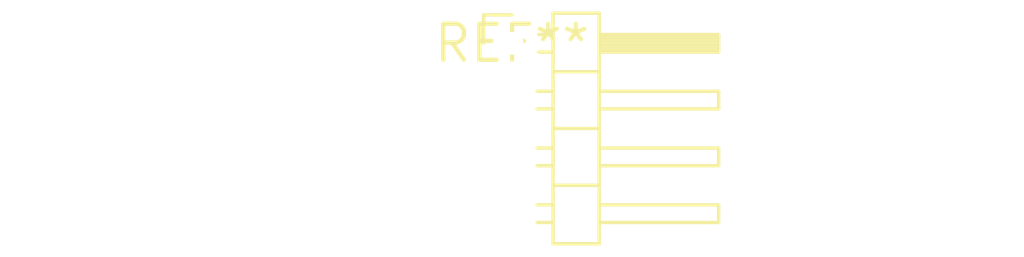
<source format=kicad_pcb>
(kicad_pcb (version 20240108) (generator pcbnew)
  (layers (0 "F.Cu" signal) (31 "B.Cu" signal) (34 "B.Paste" user) (35 "F.Paste" user) (36 "B.SilkS" user "B.Silkscreen") (37 "F.SilkS" user "F.Silkscreen") (38 "B.Mask" user) (39 "F.Mask" user) (44 "Edge.Cuts" user))
  (net 0 "")
  (footprint "PinHeader_1x04_P2.00mm_Horizontal" (layer "F.Cu") (at 0 0)
    (property "Reference" "REF**")
    (property "Value" "PinHeader_1x04_P2.00mm_Horizontal")
    (fp_line (start -1 -1) (end 0 -1) (layer "F.SilkS") (stroke (width 0.12)))
    (fp_line (start -1 0) (end -1 -1) (layer "F.SilkS") (stroke (width 0.12)))
    (fp_line (start 0.882114 1.69) (end 1.44 1.69) (layer "F.SilkS") (stroke (width 0.12)))
    (fp_line (start 0.882114 2.31) (end 1.44 2.31) (layer "F.SilkS") (stroke (width 0.12)))
    (fp_line (start 0.882114 3.69) (end 1.44 3.69) (layer "F.SilkS") (stroke (width 0.12)))
    (fp_line (start 0.882114 4.31) (end 1.44 4.31) (layer "F.SilkS") (stroke (width 0.12)))
    (fp_line (start 0.882114 5.69) (end 1.44 5.69) (layer "F.SilkS") (stroke (width 0.12)))
    (fp_line (start 0.882114 6.31) (end 1.44 6.31) (layer "F.SilkS") (stroke (width 0.12)))
    (fp_line (start 0.935 -0.31) (end 1.44 -0.31) (layer "F.SilkS") (stroke (width 0.12)))
    (fp_line (start 0.935 0.31) (end 1.44 0.31) (layer "F.SilkS") (stroke (width 0.12)))
    (fp_line (start 1.44 -1.06) (end 1.44 7.06) (layer "F.SilkS") (stroke (width 0.12)))
    (fp_line (start 1.44 1) (end 3.06 1) (layer "F.SilkS") (stroke (width 0.12)))
    (fp_line (start 1.44 3) (end 3.06 3) (layer "F.SilkS") (stroke (width 0.12)))
    (fp_line (start 1.44 5) (end 3.06 5) (layer "F.SilkS") (stroke (width 0.12)))
    (fp_line (start 1.44 7.06) (end 3.06 7.06) (layer "F.SilkS") (stroke (width 0.12)))
    (fp_line (start 3.06 -1.06) (end 1.44 -1.06) (layer "F.SilkS") (stroke (width 0.12)))
    (fp_line (start 3.06 -0.31) (end 7.26 -0.31) (layer "F.SilkS") (stroke (width 0.12)))
    (fp_line (start 3.06 -0.25) (end 7.26 -0.25) (layer "F.SilkS") (stroke (width 0.12)))
    (fp_line (start 3.06 -0.13) (end 7.26 -0.13) (layer "F.SilkS") (stroke (width 0.12)))
    (fp_line (start 3.06 -0.01) (end 7.26 -0.01) (layer "F.SilkS") (stroke (width 0.12)))
    (fp_line (start 3.06 0.11) (end 7.26 0.11) (layer "F.SilkS") (stroke (width 0.12)))
    (fp_line (start 3.06 0.23) (end 7.26 0.23) (layer "F.SilkS") (stroke (width 0.12)))
    (fp_line (start 3.06 1.69) (end 7.26 1.69) (layer "F.SilkS") (stroke (width 0.12)))
    (fp_line (start 3.06 3.69) (end 7.26 3.69) (layer "F.SilkS") (stroke (width 0.12)))
    (fp_line (start 3.06 5.69) (end 7.26 5.69) (layer "F.SilkS") (stroke (width 0.12)))
    (fp_line (start 3.06 7.06) (end 3.06 -1.06) (layer "F.SilkS") (stroke (width 0.12)))
    (fp_line (start 7.26 -0.31) (end 7.26 0.31) (layer "F.SilkS") (stroke (width 0.12)))
    (fp_line (start 7.26 0.31) (end 3.06 0.31) (layer "F.SilkS") (stroke (width 0.12)))
    (fp_line (start 7.26 1.69) (end 7.26 2.31) (layer "F.SilkS") (stroke (width 0.12)))
    (fp_line (start 7.26 2.31) (end 3.06 2.31) (layer "F.SilkS") (stroke (width 0.12)))
    (fp_line (start 7.26 3.69) (end 7.26 4.31) (layer "F.SilkS") (stroke (width 0.12)))
    (fp_line (start 7.26 4.31) (end 3.06 4.31) (layer "F.SilkS") (stroke (width 0.12)))
    (fp_line (start 7.26 5.69) (end 7.26 6.31) (layer "F.SilkS") (stroke (width 0.12)))
    (fp_line (start 7.26 6.31) (end 3.06 6.31) (layer "F.SilkS") (stroke (width 0.12)))
    (pad "1" thru_hole rect (at 0 0) (size 1.35 1.35) (drill 0.8) (layers *.Cu *.Mask) (remove_unused_layers))
    (pad "2" thru_hole oval (at 0 2) (size 1.35 1.35) (drill 0.8) (layers *.Cu *.Mask) (remove_unused_layers))
    (pad "3" thru_hole oval (at 0 4) (size 1.35 1.35) (drill 0.8) (layers *.Cu *.Mask) (remove_unused_layers))
    (pad "4" thru_hole oval (at 0 6) (size 1.35 1.35) (drill 0.8) (layers *.Cu *.Mask) (remove_unused_layers))
  )
)
</source>
